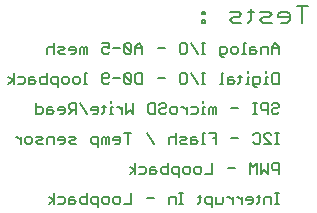
<source format=gbo>
G75*
%MOIN*%
%OFA0B0*%
%FSLAX25Y25*%
%IPPOS*%
%LPD*%
%AMOC8*
5,1,8,0,0,1.08239X$1,22.5*
%
%ADD10C,0.00800*%
%ADD11C,0.00500*%
D10*
X0209195Y0175400D02*
X0210163Y0175400D01*
X0210163Y0176367D01*
X0209195Y0176367D01*
X0209195Y0175400D01*
X0209195Y0178302D02*
X0210163Y0178302D01*
X0210163Y0179270D01*
X0209195Y0179270D01*
X0209195Y0178302D01*
X0218447Y0179270D02*
X0221349Y0179270D01*
X0222317Y0178302D01*
X0221349Y0177335D01*
X0219415Y0177335D01*
X0218447Y0176367D01*
X0219415Y0175400D01*
X0222317Y0175400D01*
X0224433Y0175400D02*
X0225401Y0176367D01*
X0225401Y0180237D01*
X0226368Y0179270D02*
X0224433Y0179270D01*
X0228576Y0179270D02*
X0231478Y0179270D01*
X0232446Y0178302D01*
X0231478Y0177335D01*
X0229543Y0177335D01*
X0228576Y0176367D01*
X0229543Y0175400D01*
X0232446Y0175400D01*
X0234653Y0177335D02*
X0238523Y0177335D01*
X0238523Y0178302D02*
X0237555Y0179270D01*
X0235620Y0179270D01*
X0234653Y0178302D01*
X0234653Y0177335D01*
X0235620Y0175400D02*
X0237555Y0175400D01*
X0238523Y0176367D01*
X0238523Y0178302D01*
X0240730Y0181205D02*
X0244600Y0181205D01*
X0242665Y0181205D02*
X0242665Y0175400D01*
D11*
X0159859Y0116418D02*
X0158108Y0115250D01*
X0159859Y0115250D02*
X0159859Y0118753D01*
X0161207Y0117585D02*
X0162959Y0117585D01*
X0163543Y0117001D01*
X0163543Y0115834D01*
X0162959Y0115250D01*
X0161207Y0115250D01*
X0159859Y0116418D02*
X0158108Y0117585D01*
X0164890Y0117001D02*
X0164890Y0115250D01*
X0166642Y0115250D01*
X0167226Y0115834D01*
X0166642Y0116418D01*
X0164890Y0116418D01*
X0164890Y0117001D02*
X0165474Y0117585D01*
X0166642Y0117585D01*
X0168574Y0117001D02*
X0169157Y0117585D01*
X0170909Y0117585D01*
X0170909Y0118753D02*
X0170909Y0115250D01*
X0169157Y0115250D01*
X0168574Y0115834D01*
X0168574Y0117001D01*
X0172257Y0117001D02*
X0172257Y0115834D01*
X0172841Y0115250D01*
X0174592Y0115250D01*
X0174592Y0114082D02*
X0174592Y0117585D01*
X0172841Y0117585D01*
X0172257Y0117001D01*
X0175940Y0117001D02*
X0176524Y0117585D01*
X0177691Y0117585D01*
X0178275Y0117001D01*
X0178275Y0115834D01*
X0177691Y0115250D01*
X0176524Y0115250D01*
X0175940Y0115834D01*
X0175940Y0117001D01*
X0179623Y0117001D02*
X0180207Y0117585D01*
X0181374Y0117585D01*
X0181958Y0117001D01*
X0181958Y0115834D01*
X0181374Y0115250D01*
X0180207Y0115250D01*
X0179623Y0115834D01*
X0179623Y0117001D01*
X0183306Y0115250D02*
X0185641Y0115250D01*
X0185641Y0118753D01*
X0190672Y0117001D02*
X0193008Y0117001D01*
X0198039Y0117001D02*
X0198039Y0115250D01*
X0198039Y0117001D02*
X0198623Y0117585D01*
X0200374Y0117585D01*
X0200374Y0115250D01*
X0201662Y0115250D02*
X0202829Y0115250D01*
X0202246Y0115250D02*
X0202246Y0118753D01*
X0202829Y0118753D02*
X0201662Y0118753D01*
X0201602Y0124082D02*
X0201602Y0127585D01*
X0199850Y0127585D01*
X0199266Y0127001D01*
X0199266Y0125834D01*
X0199850Y0125250D01*
X0201602Y0125250D01*
X0202950Y0125834D02*
X0202950Y0127001D01*
X0203533Y0127585D01*
X0204701Y0127585D01*
X0205285Y0127001D01*
X0205285Y0125834D01*
X0204701Y0125250D01*
X0203533Y0125250D01*
X0202950Y0125834D01*
X0206633Y0125834D02*
X0206633Y0127001D01*
X0207216Y0127585D01*
X0208384Y0127585D01*
X0208968Y0127001D01*
X0208968Y0125834D01*
X0208384Y0125250D01*
X0207216Y0125250D01*
X0206633Y0125834D01*
X0210316Y0125250D02*
X0212651Y0125250D01*
X0212651Y0128753D01*
X0217682Y0127001D02*
X0220017Y0127001D01*
X0225048Y0128753D02*
X0225048Y0125250D01*
X0227384Y0125250D02*
X0227384Y0128753D01*
X0226216Y0127585D01*
X0225048Y0128753D01*
X0228732Y0128753D02*
X0228732Y0125250D01*
X0229899Y0126418D01*
X0231067Y0125250D01*
X0231067Y0128753D01*
X0232415Y0128169D02*
X0232415Y0127001D01*
X0232999Y0126418D01*
X0234750Y0126418D01*
X0234750Y0125250D02*
X0234750Y0128753D01*
X0232999Y0128753D01*
X0232415Y0128169D01*
X0232295Y0135250D02*
X0229959Y0135250D01*
X0228611Y0135834D02*
X0228611Y0138169D01*
X0228028Y0138753D01*
X0226860Y0138753D01*
X0226276Y0138169D01*
X0226276Y0135834D02*
X0226860Y0135250D01*
X0228028Y0135250D01*
X0228611Y0135834D01*
X0229959Y0137585D02*
X0229959Y0138169D01*
X0230543Y0138753D01*
X0231711Y0138753D01*
X0232295Y0138169D01*
X0233582Y0138753D02*
X0234750Y0138753D01*
X0234166Y0138753D02*
X0234166Y0135250D01*
X0234750Y0135250D02*
X0233582Y0135250D01*
X0232295Y0135250D02*
X0229959Y0137585D01*
X0231067Y0145250D02*
X0231067Y0148753D01*
X0229315Y0148753D01*
X0228732Y0148169D01*
X0228732Y0147001D01*
X0229315Y0146418D01*
X0231067Y0146418D01*
X0232415Y0146418D02*
X0232415Y0145834D01*
X0232999Y0145250D01*
X0234166Y0145250D01*
X0234750Y0145834D01*
X0234166Y0147001D02*
X0232999Y0147001D01*
X0232415Y0146418D01*
X0232415Y0148169D02*
X0232999Y0148753D01*
X0234166Y0148753D01*
X0234750Y0148169D01*
X0234750Y0147585D01*
X0234166Y0147001D01*
X0227384Y0145250D02*
X0226216Y0145250D01*
X0226800Y0145250D02*
X0226800Y0148753D01*
X0227384Y0148753D02*
X0226216Y0148753D01*
X0221245Y0147001D02*
X0218910Y0147001D01*
X0213879Y0147585D02*
X0213879Y0145250D01*
X0212711Y0145250D02*
X0212711Y0147001D01*
X0212127Y0147585D01*
X0211544Y0147001D01*
X0211544Y0145250D01*
X0210196Y0145250D02*
X0209028Y0145250D01*
X0209612Y0145250D02*
X0209612Y0147585D01*
X0210196Y0147585D01*
X0209612Y0148753D02*
X0209612Y0149337D01*
X0207740Y0147001D02*
X0207156Y0147585D01*
X0205405Y0147585D01*
X0204057Y0147585D02*
X0204057Y0145250D01*
X0204057Y0146418D02*
X0202889Y0147585D01*
X0202306Y0147585D01*
X0200988Y0147001D02*
X0200988Y0145834D01*
X0200404Y0145250D01*
X0199236Y0145250D01*
X0198653Y0145834D01*
X0198653Y0147001D01*
X0199236Y0147585D01*
X0200404Y0147585D01*
X0200988Y0147001D01*
X0197305Y0147585D02*
X0196721Y0147001D01*
X0195553Y0147001D01*
X0194969Y0146418D01*
X0194969Y0145834D01*
X0195553Y0145250D01*
X0196721Y0145250D01*
X0197305Y0145834D01*
X0197305Y0147585D02*
X0197305Y0148169D01*
X0196721Y0148753D01*
X0195553Y0148753D01*
X0194969Y0148169D01*
X0193622Y0148753D02*
X0191870Y0148753D01*
X0191286Y0148169D01*
X0191286Y0145834D01*
X0191870Y0145250D01*
X0193622Y0145250D01*
X0193622Y0148753D01*
X0186255Y0148753D02*
X0186255Y0145250D01*
X0185088Y0146418D01*
X0183920Y0145250D01*
X0183920Y0148753D01*
X0182572Y0147585D02*
X0182572Y0145250D01*
X0182572Y0146418D02*
X0181404Y0147585D01*
X0180821Y0147585D01*
X0179503Y0147585D02*
X0178919Y0147585D01*
X0178919Y0145250D01*
X0179503Y0145250D02*
X0178335Y0145250D01*
X0176464Y0145834D02*
X0176464Y0148169D01*
X0177047Y0147585D02*
X0175880Y0147585D01*
X0174592Y0147001D02*
X0174008Y0147585D01*
X0172841Y0147585D01*
X0172257Y0147001D01*
X0172257Y0146418D01*
X0174592Y0146418D01*
X0174592Y0147001D02*
X0174592Y0145834D01*
X0174008Y0145250D01*
X0172841Y0145250D01*
X0170909Y0145250D02*
X0168574Y0148753D01*
X0167226Y0148753D02*
X0165474Y0148753D01*
X0164890Y0148169D01*
X0164890Y0147001D01*
X0165474Y0146418D01*
X0167226Y0146418D01*
X0166058Y0146418D02*
X0164890Y0145250D01*
X0163543Y0145834D02*
X0163543Y0147001D01*
X0162959Y0147585D01*
X0161791Y0147585D01*
X0161207Y0147001D01*
X0161207Y0146418D01*
X0163543Y0146418D01*
X0163543Y0145834D02*
X0162959Y0145250D01*
X0161791Y0145250D01*
X0159859Y0145834D02*
X0159276Y0146418D01*
X0157524Y0146418D01*
X0157524Y0147001D02*
X0157524Y0145250D01*
X0159276Y0145250D01*
X0159859Y0145834D01*
X0159276Y0147585D02*
X0158108Y0147585D01*
X0157524Y0147001D01*
X0156176Y0147001D02*
X0155592Y0147585D01*
X0153841Y0147585D01*
X0153841Y0148753D02*
X0153841Y0145250D01*
X0155592Y0145250D01*
X0156176Y0145834D01*
X0156176Y0147001D01*
X0161087Y0154082D02*
X0161087Y0157585D01*
X0159336Y0157585D01*
X0158752Y0157001D01*
X0158752Y0155834D01*
X0159336Y0155250D01*
X0161087Y0155250D01*
X0162435Y0155834D02*
X0162435Y0157001D01*
X0163019Y0157585D01*
X0164186Y0157585D01*
X0164770Y0157001D01*
X0164770Y0155834D01*
X0164186Y0155250D01*
X0163019Y0155250D01*
X0162435Y0155834D01*
X0166118Y0155834D02*
X0166118Y0157001D01*
X0166702Y0157585D01*
X0167870Y0157585D01*
X0168453Y0157001D01*
X0168453Y0155834D01*
X0167870Y0155250D01*
X0166702Y0155250D01*
X0166118Y0155834D01*
X0169741Y0155250D02*
X0170909Y0155250D01*
X0170325Y0155250D02*
X0170325Y0158753D01*
X0170909Y0158753D01*
X0175940Y0158169D02*
X0175940Y0155834D01*
X0176524Y0155250D01*
X0177691Y0155250D01*
X0178275Y0155834D01*
X0177691Y0157001D02*
X0175940Y0157001D01*
X0175940Y0158169D02*
X0176524Y0158753D01*
X0177691Y0158753D01*
X0178275Y0158169D01*
X0178275Y0157585D01*
X0177691Y0157001D01*
X0179623Y0157001D02*
X0181958Y0157001D01*
X0183306Y0155834D02*
X0183306Y0158169D01*
X0185641Y0155834D01*
X0185058Y0155250D01*
X0183890Y0155250D01*
X0183306Y0155834D01*
X0183306Y0158169D02*
X0183890Y0158753D01*
X0185058Y0158753D01*
X0185641Y0158169D01*
X0185641Y0155834D01*
X0186989Y0155834D02*
X0186989Y0158169D01*
X0187573Y0158753D01*
X0189325Y0158753D01*
X0189325Y0155250D01*
X0187573Y0155250D01*
X0186989Y0155834D01*
X0194356Y0157001D02*
X0196691Y0157001D01*
X0201722Y0155834D02*
X0201722Y0158169D01*
X0202306Y0158753D01*
X0203473Y0158753D01*
X0204057Y0158169D01*
X0204057Y0155834D01*
X0203473Y0155250D01*
X0202306Y0155250D01*
X0201722Y0155834D01*
X0205405Y0158753D02*
X0207740Y0155250D01*
X0209028Y0155250D02*
X0210196Y0155250D01*
X0209612Y0155250D02*
X0209612Y0158753D01*
X0210196Y0158753D02*
X0209028Y0158753D01*
X0215167Y0155250D02*
X0216334Y0155250D01*
X0215750Y0155250D02*
X0215750Y0158753D01*
X0216334Y0158753D01*
X0217682Y0157001D02*
X0218266Y0157585D01*
X0219434Y0157585D01*
X0219434Y0156418D02*
X0217682Y0156418D01*
X0217682Y0157001D02*
X0217682Y0155250D01*
X0219434Y0155250D01*
X0220017Y0155834D01*
X0219434Y0156418D01*
X0221305Y0157585D02*
X0222473Y0157585D01*
X0221889Y0158169D02*
X0221889Y0155834D01*
X0221305Y0155250D01*
X0223761Y0155250D02*
X0224928Y0155250D01*
X0224344Y0155250D02*
X0224344Y0157585D01*
X0224928Y0157585D01*
X0224344Y0158753D02*
X0224344Y0159337D01*
X0226276Y0157585D02*
X0228028Y0157585D01*
X0228611Y0157001D01*
X0228611Y0155834D01*
X0228028Y0155250D01*
X0226276Y0155250D01*
X0226276Y0154666D02*
X0226276Y0157585D01*
X0226276Y0154666D02*
X0226860Y0154082D01*
X0227444Y0154082D01*
X0229899Y0155250D02*
X0231067Y0155250D01*
X0230483Y0155250D02*
X0230483Y0157585D01*
X0231067Y0157585D01*
X0230483Y0158753D02*
X0230483Y0159337D01*
X0232415Y0158169D02*
X0232415Y0155834D01*
X0232999Y0155250D01*
X0234750Y0155250D01*
X0234750Y0158753D01*
X0232999Y0158753D01*
X0232415Y0158169D01*
X0232415Y0165250D02*
X0232415Y0167585D01*
X0233582Y0168753D01*
X0234750Y0167585D01*
X0234750Y0165250D01*
X0234750Y0167001D02*
X0232415Y0167001D01*
X0231067Y0167585D02*
X0231067Y0165250D01*
X0231067Y0167585D02*
X0229315Y0167585D01*
X0228732Y0167001D01*
X0228732Y0165250D01*
X0227384Y0165834D02*
X0226800Y0166418D01*
X0225048Y0166418D01*
X0225048Y0167001D02*
X0225048Y0165250D01*
X0226800Y0165250D01*
X0227384Y0165834D01*
X0226800Y0167585D02*
X0225632Y0167585D01*
X0225048Y0167001D01*
X0223701Y0165250D02*
X0222533Y0165250D01*
X0223117Y0165250D02*
X0223117Y0168753D01*
X0223701Y0168753D01*
X0221245Y0167001D02*
X0220661Y0167585D01*
X0219494Y0167585D01*
X0218910Y0167001D01*
X0218910Y0165834D01*
X0219494Y0165250D01*
X0220661Y0165250D01*
X0221245Y0165834D01*
X0221245Y0167001D01*
X0217562Y0167001D02*
X0217562Y0165834D01*
X0216978Y0165250D01*
X0215227Y0165250D01*
X0215227Y0164666D02*
X0215227Y0167585D01*
X0216978Y0167585D01*
X0217562Y0167001D01*
X0216394Y0164082D02*
X0215811Y0164082D01*
X0215227Y0164666D01*
X0210196Y0165250D02*
X0209028Y0165250D01*
X0209612Y0165250D02*
X0209612Y0168753D01*
X0210196Y0168753D02*
X0209028Y0168753D01*
X0205405Y0168753D02*
X0207740Y0165250D01*
X0204057Y0165834D02*
X0203473Y0165250D01*
X0202306Y0165250D01*
X0201722Y0165834D01*
X0201722Y0168169D01*
X0202306Y0168753D01*
X0203473Y0168753D01*
X0204057Y0168169D01*
X0204057Y0165834D01*
X0196691Y0167001D02*
X0194356Y0167001D01*
X0189325Y0167001D02*
X0186989Y0167001D01*
X0186989Y0167585D02*
X0186989Y0165250D01*
X0185641Y0165834D02*
X0183306Y0168169D01*
X0183306Y0165834D01*
X0183890Y0165250D01*
X0185058Y0165250D01*
X0185641Y0165834D01*
X0185641Y0168169D01*
X0185058Y0168753D01*
X0183890Y0168753D01*
X0183306Y0168169D01*
X0181958Y0167001D02*
X0179623Y0167001D01*
X0178275Y0167001D02*
X0177107Y0167585D01*
X0176524Y0167585D01*
X0175940Y0167001D01*
X0175940Y0165834D01*
X0176524Y0165250D01*
X0177691Y0165250D01*
X0178275Y0165834D01*
X0178275Y0167001D02*
X0178275Y0168753D01*
X0175940Y0168753D01*
X0170909Y0167585D02*
X0170909Y0165250D01*
X0169741Y0165250D02*
X0169741Y0167001D01*
X0169157Y0167585D01*
X0168574Y0167001D01*
X0168574Y0165250D01*
X0167226Y0165834D02*
X0167226Y0167001D01*
X0166642Y0167585D01*
X0165474Y0167585D01*
X0164890Y0167001D01*
X0164890Y0166418D01*
X0167226Y0166418D01*
X0167226Y0165834D02*
X0166642Y0165250D01*
X0165474Y0165250D01*
X0163543Y0165250D02*
X0161791Y0165250D01*
X0161207Y0165834D01*
X0161791Y0166418D01*
X0162959Y0166418D01*
X0163543Y0167001D01*
X0162959Y0167585D01*
X0161207Y0167585D01*
X0159859Y0167001D02*
X0159276Y0167585D01*
X0158108Y0167585D01*
X0157524Y0167001D01*
X0157524Y0165250D01*
X0159859Y0165250D02*
X0159859Y0168753D01*
X0169741Y0167001D02*
X0170325Y0167585D01*
X0170909Y0167585D01*
X0157404Y0158753D02*
X0157404Y0155250D01*
X0155652Y0155250D01*
X0155069Y0155834D01*
X0155069Y0157001D01*
X0155652Y0157585D01*
X0157404Y0157585D01*
X0153721Y0155834D02*
X0153137Y0156418D01*
X0151386Y0156418D01*
X0151386Y0157001D02*
X0151386Y0155250D01*
X0153137Y0155250D01*
X0153721Y0155834D01*
X0153137Y0157585D02*
X0151969Y0157585D01*
X0151386Y0157001D01*
X0150038Y0157001D02*
X0150038Y0155834D01*
X0149454Y0155250D01*
X0147702Y0155250D01*
X0146355Y0155250D02*
X0146355Y0158753D01*
X0147702Y0157585D02*
X0149454Y0157585D01*
X0150038Y0157001D01*
X0146355Y0156418D02*
X0144603Y0157585D01*
X0146355Y0156418D02*
X0144603Y0155250D01*
X0147058Y0137585D02*
X0147642Y0137585D01*
X0148810Y0136418D01*
X0148810Y0137585D02*
X0148810Y0135250D01*
X0150158Y0135834D02*
X0150158Y0137001D01*
X0150742Y0137585D01*
X0151909Y0137585D01*
X0152493Y0137001D01*
X0152493Y0135834D01*
X0151909Y0135250D01*
X0150742Y0135250D01*
X0150158Y0135834D01*
X0153841Y0135834D02*
X0154425Y0136418D01*
X0155592Y0136418D01*
X0156176Y0137001D01*
X0155592Y0137585D01*
X0153841Y0137585D01*
X0153841Y0135834D02*
X0154425Y0135250D01*
X0156176Y0135250D01*
X0157524Y0135250D02*
X0157524Y0137001D01*
X0158108Y0137585D01*
X0159859Y0137585D01*
X0159859Y0135250D01*
X0161207Y0136418D02*
X0163543Y0136418D01*
X0163543Y0137001D02*
X0162959Y0137585D01*
X0161791Y0137585D01*
X0161207Y0137001D01*
X0161207Y0136418D01*
X0161791Y0135250D02*
X0162959Y0135250D01*
X0163543Y0135834D01*
X0163543Y0137001D01*
X0164890Y0137585D02*
X0166642Y0137585D01*
X0167226Y0137001D01*
X0166642Y0136418D01*
X0165474Y0136418D01*
X0164890Y0135834D01*
X0165474Y0135250D01*
X0167226Y0135250D01*
X0172257Y0135834D02*
X0172840Y0135250D01*
X0174592Y0135250D01*
X0174592Y0134082D02*
X0174592Y0137585D01*
X0172840Y0137585D01*
X0172257Y0137001D01*
X0172257Y0135834D01*
X0175940Y0135250D02*
X0175940Y0137001D01*
X0176524Y0137585D01*
X0177107Y0137001D01*
X0177107Y0135250D01*
X0178275Y0135250D02*
X0178275Y0137585D01*
X0177691Y0137585D01*
X0177107Y0137001D01*
X0179623Y0137001D02*
X0179623Y0136418D01*
X0181958Y0136418D01*
X0181958Y0137001D02*
X0181374Y0137585D01*
X0180207Y0137585D01*
X0179623Y0137001D01*
X0180207Y0135250D02*
X0181374Y0135250D01*
X0181958Y0135834D01*
X0181958Y0137001D01*
X0183306Y0138753D02*
X0185641Y0138753D01*
X0184474Y0138753D02*
X0184474Y0135250D01*
X0190672Y0138753D02*
X0193008Y0135250D01*
X0198039Y0135250D02*
X0198039Y0137001D01*
X0198623Y0137585D01*
X0199790Y0137585D01*
X0200374Y0137001D01*
X0201722Y0137585D02*
X0203473Y0137585D01*
X0204057Y0137001D01*
X0203473Y0136418D01*
X0202306Y0136418D01*
X0201722Y0135834D01*
X0202306Y0135250D01*
X0204057Y0135250D01*
X0205405Y0135250D02*
X0207156Y0135250D01*
X0207740Y0135834D01*
X0207156Y0136418D01*
X0205405Y0136418D01*
X0205405Y0137001D02*
X0205405Y0135250D01*
X0205405Y0137001D02*
X0205989Y0137585D01*
X0207156Y0137585D01*
X0209612Y0138753D02*
X0209612Y0135250D01*
X0210196Y0135250D02*
X0209028Y0135250D01*
X0209612Y0138753D02*
X0210196Y0138753D01*
X0211544Y0138753D02*
X0213879Y0138753D01*
X0213879Y0135250D01*
X0213879Y0137001D02*
X0212711Y0137001D01*
X0218910Y0137001D02*
X0221245Y0137001D01*
X0213879Y0147585D02*
X0213295Y0147585D01*
X0212711Y0147001D01*
X0207740Y0147001D02*
X0207740Y0145834D01*
X0207156Y0145250D01*
X0205405Y0145250D01*
X0200374Y0138753D02*
X0200374Y0135250D01*
X0197919Y0128753D02*
X0197919Y0125250D01*
X0196167Y0125250D01*
X0195583Y0125834D01*
X0195583Y0127001D01*
X0196167Y0127585D01*
X0197919Y0127585D01*
X0194235Y0125834D02*
X0193652Y0126418D01*
X0191900Y0126418D01*
X0191900Y0127001D02*
X0191900Y0125250D01*
X0193652Y0125250D01*
X0194235Y0125834D01*
X0193652Y0127585D02*
X0192484Y0127585D01*
X0191900Y0127001D01*
X0190552Y0127001D02*
X0190552Y0125834D01*
X0189968Y0125250D01*
X0188217Y0125250D01*
X0186869Y0125250D02*
X0186869Y0128753D01*
X0188217Y0127585D02*
X0189968Y0127585D01*
X0190552Y0127001D01*
X0186869Y0126418D02*
X0185118Y0127585D01*
X0186869Y0126418D02*
X0185118Y0125250D01*
X0175880Y0145250D02*
X0176464Y0145834D01*
X0178919Y0148753D02*
X0178919Y0149337D01*
X0167226Y0148753D02*
X0167226Y0145250D01*
X0189325Y0165250D02*
X0189325Y0167585D01*
X0188157Y0168753D01*
X0186989Y0167585D01*
X0208384Y0118169D02*
X0208384Y0115834D01*
X0207800Y0115250D01*
X0207800Y0117585D02*
X0208968Y0117585D01*
X0210316Y0117001D02*
X0210316Y0115834D01*
X0210900Y0115250D01*
X0212651Y0115250D01*
X0212651Y0114082D02*
X0212651Y0117585D01*
X0210900Y0117585D01*
X0210316Y0117001D01*
X0213999Y0117585D02*
X0213999Y0115250D01*
X0215750Y0115250D01*
X0216334Y0115834D01*
X0216334Y0117585D01*
X0217652Y0117585D02*
X0218236Y0117585D01*
X0219404Y0116418D01*
X0219404Y0117585D02*
X0219404Y0115250D01*
X0220721Y0117585D02*
X0221305Y0117585D01*
X0222473Y0116418D01*
X0222473Y0117585D02*
X0222473Y0115250D01*
X0223821Y0116418D02*
X0226156Y0116418D01*
X0226156Y0117001D02*
X0225572Y0117585D01*
X0224405Y0117585D01*
X0223821Y0117001D01*
X0223821Y0116418D01*
X0224405Y0115250D02*
X0225572Y0115250D01*
X0226156Y0115834D01*
X0226156Y0117001D01*
X0227444Y0117585D02*
X0228611Y0117585D01*
X0228028Y0118169D02*
X0228028Y0115834D01*
X0227444Y0115250D01*
X0229959Y0115250D02*
X0229959Y0117001D01*
X0230543Y0117585D01*
X0232295Y0117585D01*
X0232295Y0115250D01*
X0233582Y0115250D02*
X0234750Y0115250D01*
X0234166Y0115250D02*
X0234166Y0118753D01*
X0234750Y0118753D02*
X0233582Y0118753D01*
M02*

</source>
